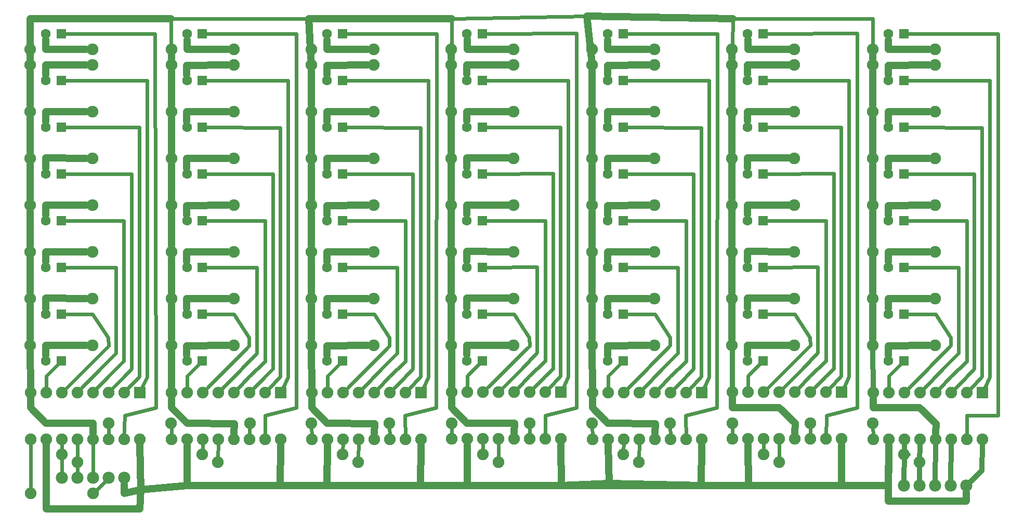
<source format=gbl>
G04 MADE WITH FRITZING*
G04 WWW.FRITZING.ORG*
G04 SINGLE SIDED*
G04 HOLES NOT PLATED*
G04 CONTOUR ON CENTER OF CONTOUR VECTOR*
%ASAXBY*%
%FSLAX23Y23*%
%MOIN*%
%OFA0B0*%
%SFA1.0B1.0*%
%ADD10C,0.075000*%
%ADD11C,0.062992*%
%ADD12C,0.078000*%
%ADD13R,0.062992X0.062992*%
%ADD14R,0.075000X0.075000*%
%ADD15C,0.048000*%
%ADD16C,0.024000*%
%ADD17C,0.032000*%
%LNCOPPER0*%
G90*
G70*
G54D10*
X139Y210D03*
X539Y210D03*
X439Y410D03*
X1339Y410D03*
X639Y660D03*
X1039Y660D03*
X339Y460D03*
X1239Y460D03*
X1339Y410D03*
X2239Y410D03*
X1543Y660D03*
X1939Y660D03*
X1239Y460D03*
X2139Y460D03*
X2239Y410D03*
X3139Y410D03*
X2439Y660D03*
X2839Y660D03*
X2139Y460D03*
X3039Y460D03*
X3139Y410D03*
X4039Y410D03*
X3339Y660D03*
X3739Y660D03*
X3039Y460D03*
X3939Y460D03*
X4039Y410D03*
X4939Y410D03*
X4239Y660D03*
X4639Y660D03*
X3939Y460D03*
X4839Y460D03*
X5139Y660D03*
X5539Y660D03*
X4939Y410D03*
X5839Y410D03*
X4839Y460D03*
X5739Y460D03*
G54D11*
X333Y3161D03*
X235Y3161D03*
X1238Y3160D03*
X1140Y3160D03*
X2137Y3160D03*
X2039Y3160D03*
X3035Y3162D03*
X2936Y3162D03*
X3937Y3160D03*
X3839Y3160D03*
X4835Y3162D03*
X4736Y3162D03*
X5737Y3160D03*
X5639Y3160D03*
X333Y1661D03*
X235Y1661D03*
X1238Y1660D03*
X1140Y1660D03*
X2137Y1660D03*
X2039Y1660D03*
X3035Y1662D03*
X2936Y1662D03*
X3937Y1660D03*
X3839Y1660D03*
X4835Y1662D03*
X4736Y1662D03*
X5737Y1660D03*
X5639Y1660D03*
X333Y1961D03*
X235Y1961D03*
X1238Y1960D03*
X1140Y1960D03*
X2137Y1960D03*
X2039Y1960D03*
X3035Y1962D03*
X2936Y1962D03*
X3937Y1960D03*
X3839Y1960D03*
X4835Y1962D03*
X4736Y1962D03*
X5737Y1960D03*
X5639Y1960D03*
X333Y1061D03*
X235Y1061D03*
X1238Y1060D03*
X1140Y1060D03*
X2137Y1060D03*
X2039Y1060D03*
X3035Y1062D03*
X2936Y1062D03*
X3937Y1060D03*
X3839Y1060D03*
X4835Y1062D03*
X4736Y1062D03*
X5737Y1060D03*
X5639Y1060D03*
X333Y1361D03*
X235Y1361D03*
X1238Y1360D03*
X1140Y1360D03*
X2137Y1360D03*
X2039Y1360D03*
X3035Y1362D03*
X2936Y1362D03*
X3937Y1360D03*
X3839Y1360D03*
X4835Y1362D03*
X4736Y1362D03*
X5737Y1360D03*
X5639Y1360D03*
X333Y2261D03*
X235Y2261D03*
X1238Y2260D03*
X1140Y2260D03*
X2137Y2260D03*
X2039Y2260D03*
X3035Y2262D03*
X2936Y2262D03*
X3937Y2260D03*
X3839Y2260D03*
X4835Y2262D03*
X4736Y2262D03*
X5737Y2260D03*
X5639Y2260D03*
X333Y2561D03*
X235Y2561D03*
X1238Y2560D03*
X1140Y2560D03*
X2137Y2560D03*
X2039Y2560D03*
X3035Y2562D03*
X2936Y2562D03*
X3937Y2560D03*
X3839Y2560D03*
X4835Y2562D03*
X4736Y2562D03*
X5737Y2560D03*
X5639Y2560D03*
X333Y2861D03*
X235Y2861D03*
X1238Y2860D03*
X1140Y2860D03*
X2137Y2860D03*
X2039Y2860D03*
X3035Y2862D03*
X2936Y2862D03*
X3937Y2860D03*
X3839Y2860D03*
X4835Y2862D03*
X4736Y2862D03*
X5737Y2860D03*
X5639Y2860D03*
G54D10*
X837Y859D03*
X837Y559D03*
X737Y859D03*
X737Y559D03*
X637Y859D03*
X637Y559D03*
X537Y859D03*
X537Y559D03*
X437Y859D03*
X437Y559D03*
X337Y859D03*
X337Y559D03*
X237Y859D03*
X237Y559D03*
X137Y859D03*
X137Y559D03*
X1742Y858D03*
X1742Y558D03*
X1642Y858D03*
X1642Y558D03*
X1542Y858D03*
X1542Y558D03*
X1442Y858D03*
X1442Y558D03*
X1342Y858D03*
X1342Y558D03*
X1242Y858D03*
X1242Y558D03*
X1142Y858D03*
X1142Y558D03*
X1042Y858D03*
X1042Y558D03*
X2641Y858D03*
X2641Y558D03*
X2541Y858D03*
X2541Y558D03*
X2441Y858D03*
X2441Y558D03*
X2341Y858D03*
X2341Y558D03*
X2241Y858D03*
X2241Y558D03*
X2141Y858D03*
X2141Y558D03*
X2041Y858D03*
X2041Y558D03*
X1941Y858D03*
X1941Y558D03*
X3539Y860D03*
X3539Y560D03*
X3439Y860D03*
X3439Y560D03*
X3339Y860D03*
X3339Y560D03*
X3239Y860D03*
X3239Y560D03*
X3139Y860D03*
X3139Y560D03*
X3039Y860D03*
X3039Y560D03*
X2939Y860D03*
X2939Y560D03*
X2839Y860D03*
X2839Y560D03*
X4441Y858D03*
X4441Y558D03*
X4341Y858D03*
X4341Y558D03*
X4241Y858D03*
X4241Y558D03*
X4141Y858D03*
X4141Y558D03*
X4041Y858D03*
X4041Y558D03*
X3941Y858D03*
X3941Y558D03*
X3841Y858D03*
X3841Y558D03*
X3741Y858D03*
X3741Y558D03*
X5339Y860D03*
X5339Y560D03*
X5239Y860D03*
X5239Y560D03*
X5139Y860D03*
X5139Y560D03*
X5039Y860D03*
X5039Y560D03*
X4939Y860D03*
X4939Y560D03*
X4839Y860D03*
X4839Y560D03*
X4739Y860D03*
X4739Y560D03*
X4639Y860D03*
X4639Y560D03*
X6241Y858D03*
X6241Y558D03*
X6141Y858D03*
X6141Y558D03*
X6041Y858D03*
X6041Y558D03*
X5941Y858D03*
X5941Y558D03*
X5841Y858D03*
X5841Y558D03*
X5741Y858D03*
X5741Y558D03*
X5641Y858D03*
X5641Y558D03*
X5541Y858D03*
X5541Y558D03*
G54D12*
X339Y310D03*
X439Y310D03*
X539Y310D03*
X639Y310D03*
X739Y310D03*
X5739Y260D03*
X5839Y260D03*
X5939Y260D03*
X6039Y260D03*
X6139Y260D03*
G54D10*
X135Y3061D03*
X535Y3061D03*
X1040Y3060D03*
X1440Y3060D03*
X1939Y3060D03*
X2339Y3060D03*
X2836Y3062D03*
X3236Y3062D03*
X3739Y3060D03*
X4139Y3060D03*
X4636Y3062D03*
X5036Y3062D03*
X5539Y3060D03*
X5939Y3060D03*
X135Y2961D03*
X535Y2961D03*
X1040Y2960D03*
X1440Y2960D03*
X1939Y2960D03*
X2339Y2960D03*
X2836Y2962D03*
X3236Y2962D03*
X3739Y2960D03*
X4139Y2960D03*
X4636Y2962D03*
X5036Y2962D03*
X5539Y2960D03*
X5939Y2960D03*
X135Y2661D03*
X535Y2661D03*
X1040Y2660D03*
X1440Y2660D03*
X1939Y2660D03*
X2339Y2660D03*
X2836Y2662D03*
X3236Y2662D03*
X3739Y2660D03*
X4139Y2660D03*
X4636Y2662D03*
X5036Y2662D03*
X5539Y2660D03*
X5939Y2660D03*
X135Y2361D03*
X535Y2361D03*
X1040Y2360D03*
X1440Y2360D03*
X1939Y2360D03*
X2339Y2360D03*
X2836Y2362D03*
X3236Y2362D03*
X3739Y2360D03*
X4139Y2360D03*
X4636Y2362D03*
X5036Y2362D03*
X5539Y2360D03*
X5939Y2360D03*
X135Y2061D03*
X535Y2061D03*
X1040Y2060D03*
X1440Y2060D03*
X1939Y2060D03*
X2339Y2060D03*
X2836Y2062D03*
X3236Y2062D03*
X3739Y2060D03*
X4139Y2060D03*
X4636Y2062D03*
X5036Y2062D03*
X5539Y2060D03*
X5939Y2060D03*
X135Y1761D03*
X535Y1761D03*
X1040Y1760D03*
X1440Y1760D03*
X1939Y1760D03*
X2339Y1760D03*
X2836Y1762D03*
X3236Y1762D03*
X3739Y1760D03*
X4139Y1760D03*
X4636Y1762D03*
X5036Y1762D03*
X5539Y1760D03*
X5939Y1760D03*
X135Y1461D03*
X535Y1461D03*
X1040Y1460D03*
X1440Y1460D03*
X1939Y1460D03*
X2339Y1460D03*
X2836Y1462D03*
X3236Y1462D03*
X3739Y1460D03*
X4139Y1460D03*
X4636Y1462D03*
X5036Y1462D03*
X5539Y1460D03*
X5939Y1460D03*
X135Y1161D03*
X535Y1161D03*
X1040Y1160D03*
X1440Y1160D03*
X1939Y1160D03*
X2339Y1160D03*
X2836Y1162D03*
X3236Y1162D03*
X3739Y1160D03*
X4139Y1160D03*
X4636Y1162D03*
X5036Y1162D03*
X5539Y1160D03*
X5939Y1160D03*
G54D13*
X333Y3161D03*
X1238Y3160D03*
X2137Y3160D03*
X3035Y3162D03*
X3937Y3160D03*
X4835Y3162D03*
X5737Y3160D03*
X333Y1661D03*
X1238Y1660D03*
X2137Y1660D03*
X3035Y1662D03*
X3937Y1660D03*
X4835Y1662D03*
X5737Y1660D03*
X333Y1961D03*
X1238Y1960D03*
X2137Y1960D03*
X3035Y1962D03*
X3937Y1960D03*
X4835Y1962D03*
X5737Y1960D03*
X333Y1061D03*
X1238Y1060D03*
X2137Y1060D03*
X3035Y1062D03*
X3937Y1060D03*
X4835Y1062D03*
X5737Y1060D03*
X333Y1361D03*
X1238Y1360D03*
X2137Y1360D03*
X3035Y1362D03*
X3937Y1360D03*
X4835Y1362D03*
X5737Y1360D03*
X333Y2261D03*
X1238Y2260D03*
X2137Y2260D03*
X3035Y2262D03*
X3937Y2260D03*
X4835Y2262D03*
X5737Y2260D03*
X333Y2561D03*
X1238Y2560D03*
X2137Y2560D03*
X3035Y2562D03*
X3937Y2560D03*
X4835Y2562D03*
X5737Y2560D03*
X333Y2861D03*
X1238Y2860D03*
X2137Y2860D03*
X3035Y2862D03*
X3937Y2860D03*
X4835Y2862D03*
X5737Y2860D03*
G54D14*
X837Y859D03*
X1742Y858D03*
X2641Y858D03*
X3539Y860D03*
X4441Y858D03*
X5339Y860D03*
X6241Y858D03*
G54D15*
X3739Y1800D02*
X3739Y2021D01*
D02*
X1939Y1200D02*
X1939Y1421D01*
G54D16*
D02*
X3918Y1041D02*
X3841Y963D01*
D02*
X3841Y963D02*
X3841Y887D01*
D02*
X785Y2262D02*
X360Y2261D01*
D02*
X785Y1011D02*
X785Y2262D01*
D02*
X734Y959D02*
X785Y1011D01*
D02*
X657Y880D02*
X734Y959D01*
D02*
X557Y880D02*
X635Y962D01*
D02*
X635Y962D02*
X736Y1060D01*
D02*
X736Y1060D02*
X736Y1961D01*
D02*
X736Y1961D02*
X360Y1961D01*
G54D15*
D02*
X2038Y1098D02*
X2037Y1159D01*
D02*
X2037Y1159D02*
X2299Y1160D01*
D02*
X5637Y1462D02*
X5899Y1461D01*
D02*
X5638Y1398D02*
X5637Y1462D01*
G54D16*
D02*
X4039Y439D02*
X4040Y530D01*
G54D15*
D02*
X2935Y2364D02*
X3197Y2363D01*
D02*
X2936Y2300D02*
X2935Y2364D01*
G54D16*
D02*
X3551Y886D02*
X3586Y960D01*
D02*
X3586Y960D02*
X3585Y2862D01*
D02*
X3585Y2862D02*
X3062Y2862D01*
G54D15*
D02*
X5639Y160D02*
X5641Y519D01*
D02*
X6138Y160D02*
X5639Y160D01*
D02*
X6138Y219D02*
X6138Y160D01*
G54D16*
D02*
X2839Y589D02*
X2839Y632D01*
G54D15*
D02*
X3839Y3060D02*
X4099Y3060D01*
D02*
X3839Y3122D02*
X3839Y3060D01*
D02*
X1138Y1761D02*
X1400Y1760D01*
D02*
X1139Y1698D02*
X1138Y1761D01*
G54D17*
D02*
X5939Y296D02*
X5941Y524D01*
G54D16*
D02*
X5287Y2263D02*
X4862Y2262D01*
D02*
X5287Y1012D02*
X5287Y2263D01*
D02*
X5236Y960D02*
X5287Y1012D01*
D02*
X5159Y881D02*
X5236Y960D01*
D02*
X5961Y879D02*
X6039Y961D01*
D02*
X6039Y961D02*
X6140Y1059D01*
D02*
X6140Y1059D02*
X6140Y1960D01*
D02*
X6140Y1960D02*
X5764Y1960D01*
D02*
X1542Y587D02*
X1542Y632D01*
D02*
X3238Y1362D02*
X3062Y1362D01*
D02*
X3336Y1212D02*
X3238Y1362D01*
D02*
X3338Y1159D02*
X3336Y1212D01*
D02*
X3059Y881D02*
X3338Y1159D01*
G54D15*
D02*
X1042Y819D02*
X1042Y760D01*
D02*
X1042Y760D02*
X1140Y660D01*
D02*
X1140Y660D02*
X1443Y659D01*
D02*
X1443Y659D02*
X1442Y598D01*
D02*
X5637Y1761D02*
X5899Y1760D01*
D02*
X5638Y1698D02*
X5637Y1761D01*
G54D16*
D02*
X5940Y1360D02*
X5764Y1360D01*
D02*
X6039Y1210D02*
X5940Y1360D01*
D02*
X6038Y1160D02*
X6039Y1210D01*
D02*
X5761Y879D02*
X6038Y1160D01*
G54D17*
D02*
X6039Y296D02*
X6041Y524D01*
G54D16*
D02*
X1362Y879D02*
X1490Y1010D01*
D02*
X1490Y1010D02*
X1589Y1111D01*
D02*
X1589Y1111D02*
X1589Y1661D01*
D02*
X1589Y1661D02*
X1265Y1660D01*
D02*
X4438Y2559D02*
X3964Y2560D01*
D02*
X4438Y961D02*
X4438Y2559D01*
D02*
X4361Y879D02*
X4438Y961D01*
D02*
X338Y489D02*
X337Y531D01*
D02*
X5838Y410D02*
X5810Y408D01*
G54D17*
D02*
X5838Y410D02*
X5840Y524D01*
D02*
X5838Y296D02*
X5838Y410D01*
G54D16*
D02*
X4240Y587D02*
X4239Y632D01*
G54D15*
D02*
X4636Y2402D02*
X4636Y2623D01*
D02*
X1138Y2059D02*
X1400Y2060D01*
D02*
X1139Y1998D02*
X1138Y2059D01*
D02*
X5637Y2059D02*
X5899Y2060D01*
D02*
X5638Y1998D02*
X5637Y2059D01*
D02*
X135Y1501D02*
X135Y1722D01*
G54D16*
D02*
X2440Y587D02*
X2439Y632D01*
G54D15*
D02*
X1040Y2700D02*
X1040Y2921D01*
D02*
X5539Y2100D02*
X5539Y2321D01*
G54D16*
D02*
X5641Y963D02*
X5641Y887D01*
D02*
X5718Y1041D02*
X5641Y963D01*
D02*
X1754Y884D02*
X1789Y958D01*
D02*
X1789Y958D02*
X1789Y2860D01*
D02*
X1789Y2860D02*
X1265Y2860D01*
G54D15*
D02*
X234Y1399D02*
X233Y1463D01*
D02*
X233Y1463D02*
X495Y1462D01*
G54D16*
D02*
X5058Y881D02*
X5136Y963D01*
D02*
X5136Y963D02*
X5237Y1061D01*
D02*
X5237Y1061D02*
X5237Y1962D01*
D02*
X5237Y1962D02*
X4862Y1962D01*
G54D15*
D02*
X5539Y2700D02*
X5539Y2921D01*
G54D16*
D02*
X4839Y489D02*
X4839Y532D01*
G54D15*
D02*
X2937Y3062D02*
X3197Y3062D01*
D02*
X2937Y3124D02*
X2937Y3062D01*
G54D16*
D02*
X5237Y563D02*
X5227Y586D01*
D02*
X5240Y712D02*
X5237Y563D01*
D02*
X5439Y761D02*
X5240Y712D01*
D02*
X5437Y3163D02*
X5439Y761D01*
D02*
X4862Y3162D02*
X5437Y3163D01*
G54D15*
D02*
X2836Y1802D02*
X2836Y2023D01*
D02*
X234Y2599D02*
X233Y2661D01*
D02*
X233Y2661D02*
X495Y2661D01*
D02*
X2039Y3060D02*
X2299Y3060D01*
D02*
X2039Y3122D02*
X2039Y3060D01*
D02*
X3739Y2700D02*
X3739Y2921D01*
D02*
X135Y1801D02*
X135Y2022D01*
D02*
X1040Y3000D02*
X1040Y3021D01*
D02*
X4735Y2364D02*
X4997Y2363D01*
D02*
X4736Y2300D02*
X4735Y2364D01*
G54D16*
D02*
X1219Y1041D02*
X1142Y963D01*
D02*
X1142Y963D02*
X1142Y887D01*
D02*
X5539Y632D02*
X5540Y587D01*
G54D15*
D02*
X3741Y819D02*
X3741Y760D01*
D02*
X3741Y760D02*
X3839Y660D01*
D02*
X3839Y660D02*
X4143Y659D01*
D02*
X4143Y659D02*
X4142Y598D01*
D02*
X1040Y2400D02*
X1040Y2621D01*
D02*
X3837Y2362D02*
X4099Y2361D01*
D02*
X3838Y2298D02*
X3837Y2362D01*
D02*
X5637Y2660D02*
X5899Y2660D01*
D02*
X5638Y2598D02*
X5637Y2660D01*
D02*
X3739Y1121D02*
X3741Y898D01*
D02*
X2836Y3002D02*
X2836Y3023D01*
G54D16*
D02*
X3740Y587D02*
X3739Y632D01*
G54D15*
D02*
X5541Y819D02*
X5541Y760D01*
D02*
X5541Y760D02*
X5839Y761D01*
D02*
X5839Y761D02*
X5943Y659D01*
D02*
X5943Y659D02*
X5942Y598D01*
D02*
X3837Y2059D02*
X4099Y2060D01*
D02*
X3838Y1998D02*
X3837Y2059D01*
G54D16*
D02*
X1690Y2261D02*
X1265Y2260D01*
D02*
X1690Y1010D02*
X1690Y2261D01*
D02*
X1639Y958D02*
X1690Y1010D01*
D02*
X1562Y879D02*
X1639Y958D01*
G54D15*
D02*
X5639Y260D02*
X5641Y519D01*
D02*
X5339Y260D02*
X5639Y260D01*
D02*
X5339Y260D02*
X4438Y260D01*
D02*
X4438Y260D02*
X4441Y519D01*
D02*
X4438Y260D02*
X4740Y260D01*
D02*
X5339Y260D02*
X5339Y521D01*
D02*
X4438Y260D02*
X3540Y260D01*
D02*
X4740Y260D02*
X4739Y521D01*
D02*
X3540Y260D02*
X3539Y521D01*
D02*
X4438Y260D02*
X3849Y275D01*
D02*
X3849Y275D02*
X3540Y260D01*
D02*
X3540Y260D02*
X2938Y260D01*
D02*
X3849Y275D02*
X3842Y519D01*
D02*
X2938Y260D02*
X2639Y260D01*
D02*
X2639Y260D02*
X2641Y519D01*
D02*
X2639Y260D02*
X2039Y260D01*
D02*
X2938Y260D02*
X2939Y521D01*
D02*
X2039Y260D02*
X1738Y260D01*
D02*
X1738Y260D02*
X1741Y519D01*
D02*
X2039Y260D02*
X2041Y519D01*
D02*
X1738Y260D02*
X1140Y260D01*
D02*
X1140Y260D02*
X845Y234D01*
D02*
X845Y234D02*
X838Y520D01*
D02*
X845Y234D02*
X838Y112D01*
D02*
X1140Y260D02*
X1142Y519D01*
D02*
X838Y112D02*
X239Y112D01*
D02*
X239Y112D02*
X239Y360D01*
D02*
X239Y360D02*
X237Y520D01*
D02*
X135Y2701D02*
X135Y2922D01*
D02*
X4636Y1202D02*
X4636Y1423D01*
D02*
X1939Y1121D02*
X1941Y898D01*
D02*
X3838Y2598D02*
X3837Y2660D01*
D02*
X3837Y2660D02*
X4099Y2660D01*
D02*
X1939Y1500D02*
X1939Y1721D01*
D02*
X1138Y2362D02*
X1400Y2361D01*
D02*
X1139Y2298D02*
X1138Y2362D01*
D02*
X4736Y1100D02*
X4735Y1161D01*
D02*
X4735Y1161D02*
X4997Y1162D01*
G54D17*
D02*
X6238Y359D02*
X6164Y285D01*
D02*
X6240Y524D02*
X6238Y359D01*
G54D15*
D02*
X4735Y2061D02*
X4997Y2062D01*
D02*
X4736Y2000D02*
X4735Y2061D01*
G54D16*
D02*
X5336Y2561D02*
X4862Y2562D01*
D02*
X5336Y963D02*
X5336Y2561D01*
D02*
X5258Y881D02*
X5336Y963D01*
G54D15*
D02*
X4736Y2900D02*
X4736Y2961D01*
D02*
X4736Y2961D02*
X4997Y2962D01*
D02*
X3739Y2400D02*
X3739Y2621D01*
D02*
X5539Y1500D02*
X5539Y1721D01*
G54D16*
D02*
X3437Y563D02*
X3427Y586D01*
D02*
X3438Y712D02*
X3437Y563D01*
D02*
X3638Y761D02*
X3438Y712D01*
D02*
X3637Y3163D02*
X3638Y761D01*
D02*
X3062Y3162D02*
X3637Y3163D01*
G54D15*
D02*
X5539Y1800D02*
X5539Y2021D01*
D02*
X1040Y1500D02*
X1040Y1721D01*
D02*
X4636Y1802D02*
X4636Y2023D01*
D02*
X233Y2363D02*
X495Y2362D01*
D02*
X234Y2299D02*
X233Y2363D01*
D02*
X2836Y2702D02*
X2836Y2923D01*
G54D16*
D02*
X4939Y439D02*
X4939Y532D01*
G54D15*
D02*
X4636Y3002D02*
X4636Y3023D01*
D02*
X2836Y2102D02*
X2836Y2323D01*
G54D16*
D02*
X849Y885D02*
X884Y959D01*
D02*
X884Y959D02*
X884Y2861D01*
D02*
X884Y2861D02*
X360Y2861D01*
G54D15*
D02*
X1939Y2700D02*
X1939Y2921D01*
G54D16*
D02*
X1041Y587D02*
X1040Y632D01*
G54D15*
D02*
X5539Y1200D02*
X5539Y1421D01*
G54D16*
D02*
X3016Y1043D02*
X2938Y965D01*
D02*
X2938Y965D02*
X2939Y889D01*
G54D15*
D02*
X4735Y1763D02*
X4997Y1762D01*
D02*
X4736Y1700D02*
X4735Y1763D01*
D02*
X2839Y821D02*
X2838Y762D01*
D02*
X2838Y762D02*
X2936Y662D01*
D02*
X2936Y662D02*
X3240Y661D01*
D02*
X3240Y661D02*
X3239Y600D01*
D02*
X1941Y819D02*
X1941Y760D01*
D02*
X1941Y760D02*
X2039Y660D01*
D02*
X2039Y660D02*
X2343Y659D01*
D02*
X2343Y659D02*
X2342Y598D01*
D02*
X3838Y2898D02*
X3838Y2959D01*
D02*
X3838Y2959D02*
X4099Y2960D01*
G54D16*
D02*
X3939Y489D02*
X3940Y530D01*
D02*
X6088Y1661D02*
X5764Y1660D01*
D02*
X6088Y1111D02*
X6088Y1661D01*
D02*
X5989Y1010D02*
X6088Y1111D01*
D02*
X5861Y879D02*
X5989Y1010D01*
G54D15*
D02*
X4639Y821D02*
X4638Y762D01*
D02*
X4638Y762D02*
X4938Y761D01*
D02*
X4938Y761D02*
X5040Y661D01*
D02*
X5040Y661D02*
X5039Y600D01*
G54D16*
D02*
X1641Y561D02*
X1630Y584D01*
D02*
X1641Y712D02*
X1641Y561D01*
D02*
X1840Y761D02*
X1641Y712D01*
D02*
X1840Y3161D02*
X1841Y761D01*
D02*
X1265Y3160D02*
X1840Y3161D01*
D02*
X3487Y2263D02*
X3062Y2262D01*
D02*
X3487Y1012D02*
X3487Y2263D01*
D02*
X3436Y960D02*
X3487Y1012D01*
D02*
X3359Y881D02*
X3436Y960D01*
D02*
X1339Y439D02*
X1341Y530D01*
G54D15*
D02*
X2836Y1502D02*
X2836Y1723D01*
G54D16*
D02*
X5351Y886D02*
X5386Y960D01*
D02*
X5386Y960D02*
X5385Y2862D01*
D02*
X5385Y2862D02*
X4862Y2862D01*
D02*
X6288Y2860D02*
X5764Y2860D01*
D02*
X6288Y958D02*
X6288Y2860D01*
D02*
X6253Y884D02*
X6288Y958D01*
G54D15*
D02*
X233Y1762D02*
X495Y1761D01*
D02*
X234Y1699D02*
X233Y1762D01*
D02*
X1140Y3060D02*
X1400Y3060D01*
D02*
X1140Y3122D02*
X1140Y3060D01*
G54D16*
D02*
X2118Y1041D02*
X2041Y963D01*
D02*
X2041Y963D02*
X2041Y887D01*
G54D15*
D02*
X2037Y1761D02*
X2299Y1760D01*
D02*
X2038Y1698D02*
X2037Y1761D01*
D02*
X4636Y1502D02*
X4636Y1723D01*
D02*
X2936Y1100D02*
X2935Y1161D01*
D02*
X2935Y1161D02*
X3197Y1162D01*
D02*
X1040Y2100D02*
X1040Y2321D01*
G54D16*
D02*
X2638Y2559D02*
X2164Y2560D01*
D02*
X2638Y961D02*
X2638Y2559D01*
D02*
X2561Y879D02*
X2638Y961D01*
D02*
X3039Y489D02*
X3039Y532D01*
D02*
X5139Y632D02*
X5139Y589D01*
D02*
X4061Y879D02*
X4189Y1010D01*
D02*
X4189Y1010D02*
X4288Y1111D01*
D02*
X4288Y1111D02*
X4288Y1661D01*
D02*
X4288Y1661D02*
X3964Y1660D01*
G54D15*
D02*
X1139Y1098D02*
X1138Y1159D01*
D02*
X1138Y1159D02*
X1400Y1160D01*
G54D16*
D02*
X3159Y881D02*
X3287Y1012D01*
D02*
X3287Y1012D02*
X3386Y1113D01*
D02*
X3386Y1113D02*
X3386Y1663D01*
D02*
X3386Y1663D02*
X3062Y1662D01*
G54D15*
D02*
X5637Y1159D02*
X5899Y1160D01*
D02*
X5638Y1098D02*
X5637Y1159D01*
G54D16*
D02*
X4639Y589D02*
X4639Y632D01*
G54D15*
D02*
X2038Y2598D02*
X2037Y2660D01*
D02*
X2037Y2660D02*
X2299Y2660D01*
G54D16*
D02*
X2340Y1360D02*
X2164Y1360D01*
D02*
X2439Y1210D02*
X2340Y1360D01*
D02*
X2439Y1159D02*
X2439Y1210D01*
D02*
X2161Y879D02*
X2439Y1159D01*
D02*
X1940Y587D02*
X1939Y632D01*
G54D15*
D02*
X1939Y2400D02*
X1939Y2621D01*
G54D16*
D02*
X2653Y884D02*
X2688Y958D01*
D02*
X2688Y958D02*
X2688Y2860D01*
D02*
X2688Y2860D02*
X2164Y2860D01*
G54D15*
D02*
X2836Y2402D02*
X2836Y2623D01*
G54D16*
D02*
X3139Y439D02*
X3139Y532D01*
G54D15*
D02*
X4736Y1400D02*
X4735Y1464D01*
D02*
X4735Y1464D02*
X4997Y1463D01*
G54D16*
D02*
X2139Y489D02*
X2140Y530D01*
D02*
X637Y588D02*
X638Y632D01*
G54D15*
D02*
X1939Y2100D02*
X1939Y2321D01*
D02*
X135Y2401D02*
X135Y2622D01*
D02*
X5637Y2362D02*
X5899Y2361D01*
D02*
X5638Y2298D02*
X5637Y2362D01*
D02*
X3739Y1200D02*
X3739Y1421D01*
G54D17*
D02*
X5539Y1126D02*
X5541Y892D01*
G54D15*
D02*
X2936Y1400D02*
X2935Y1464D01*
D02*
X2935Y1464D02*
X3197Y1463D01*
D02*
X135Y3001D02*
X136Y3259D01*
D02*
X136Y3259D02*
X1037Y3259D01*
G54D16*
D02*
X1037Y3259D02*
X1039Y3089D01*
D02*
X1920Y3259D02*
X1037Y3259D01*
G54D15*
D02*
X1920Y3259D02*
X2839Y3259D01*
G54D16*
D02*
X2839Y3259D02*
X2837Y3091D01*
G54D15*
D02*
X1936Y3000D02*
X1920Y3259D01*
G54D16*
D02*
X3704Y3273D02*
X2839Y3259D01*
G54D15*
D02*
X3704Y3273D02*
X4641Y3259D01*
G54D16*
D02*
X4641Y3259D02*
X5537Y3259D01*
G54D15*
D02*
X3734Y3000D02*
X3704Y3273D01*
G54D16*
D02*
X5537Y3259D02*
X5538Y3089D01*
D02*
X4637Y3091D02*
X4641Y3259D01*
G54D15*
D02*
X2037Y2362D02*
X2299Y2361D01*
D02*
X2038Y2298D02*
X2037Y2362D01*
D02*
X1139Y2898D02*
X1139Y2959D01*
D02*
X1139Y2959D02*
X1400Y2960D01*
D02*
X4737Y3062D02*
X4997Y3062D01*
D02*
X4737Y3124D02*
X4737Y3062D01*
G54D16*
D02*
X4340Y561D02*
X4329Y584D01*
D02*
X4339Y712D02*
X4340Y561D01*
D02*
X4539Y761D02*
X4339Y712D01*
D02*
X4540Y3161D02*
X4539Y761D01*
D02*
X3964Y3160D02*
X4540Y3161D01*
G54D15*
D02*
X2837Y1123D02*
X2838Y900D01*
D02*
X4636Y2102D02*
X4636Y2323D01*
D02*
X2836Y1202D02*
X2836Y1423D01*
G54D16*
D02*
X457Y880D02*
X585Y1011D01*
D02*
X585Y1011D02*
X684Y1112D01*
D02*
X684Y1112D02*
X684Y1662D01*
D02*
X684Y1662D02*
X360Y1661D01*
D02*
X4959Y881D02*
X5087Y1012D01*
D02*
X5087Y1012D02*
X5186Y1113D01*
D02*
X5186Y1113D02*
X5186Y1663D01*
D02*
X5186Y1663D02*
X4862Y1662D01*
D02*
X6140Y561D02*
X6129Y584D01*
D02*
X6141Y712D02*
X6140Y561D01*
D02*
X6340Y711D02*
X6141Y712D01*
D02*
X6340Y3161D02*
X6340Y711D01*
D02*
X5764Y3160D02*
X6340Y3161D01*
G54D15*
D02*
X234Y1099D02*
X233Y1160D01*
D02*
X233Y1160D02*
X495Y1161D01*
G54D16*
D02*
X4140Y1360D02*
X3964Y1360D01*
D02*
X4239Y1210D02*
X4140Y1360D01*
D02*
X4237Y1160D02*
X4239Y1210D01*
D02*
X3961Y879D02*
X4237Y1160D01*
D02*
X3258Y881D02*
X3336Y963D01*
D02*
X3336Y963D02*
X3437Y1061D01*
D02*
X3437Y1061D02*
X3437Y1962D01*
D02*
X3437Y1962D02*
X3062Y1962D01*
D02*
X736Y562D02*
X725Y585D01*
D02*
X740Y712D02*
X736Y562D01*
D02*
X940Y761D02*
X740Y712D01*
D02*
X936Y3162D02*
X940Y761D01*
D02*
X360Y3161D02*
X936Y3162D01*
D02*
X1739Y2559D02*
X1265Y2560D01*
D02*
X1739Y961D02*
X1739Y2559D01*
D02*
X1662Y879D02*
X1739Y961D01*
G54D15*
D02*
X235Y3061D02*
X495Y3061D01*
D02*
X235Y3123D02*
X235Y3061D01*
G54D16*
D02*
X834Y2560D02*
X360Y2561D01*
D02*
X834Y962D02*
X834Y2560D01*
D02*
X757Y880D02*
X834Y962D01*
G54D15*
D02*
X4636Y2702D02*
X4636Y2923D01*
G54D16*
D02*
X4389Y2261D02*
X3964Y2260D01*
D02*
X4389Y1010D02*
X4389Y2261D01*
D02*
X4338Y958D02*
X4389Y1010D01*
D02*
X4261Y879D02*
X4338Y958D01*
D02*
X5740Y460D02*
X5767Y461D01*
G54D17*
D02*
X5740Y460D02*
X5740Y524D01*
D02*
X5739Y296D02*
X5740Y460D01*
G54D15*
D02*
X1040Y1121D02*
X1042Y898D01*
G54D16*
D02*
X536Y1361D02*
X360Y1361D01*
D02*
X635Y1211D02*
X536Y1361D01*
D02*
X638Y1159D02*
X635Y1211D01*
D02*
X357Y879D02*
X638Y1159D01*
G54D15*
D02*
X3739Y1500D02*
X3739Y1721D01*
G54D16*
D02*
X438Y439D02*
X437Y531D01*
D02*
X314Y1042D02*
X237Y964D01*
D02*
X237Y964D02*
X237Y888D01*
D02*
X2589Y2261D02*
X2164Y2260D01*
D02*
X2589Y1010D02*
X2589Y2261D01*
D02*
X2538Y958D02*
X2589Y1010D01*
D02*
X2461Y879D02*
X2538Y958D01*
G54D15*
D02*
X233Y2060D02*
X495Y2061D01*
D02*
X234Y1999D02*
X233Y2060D01*
D02*
X1040Y1200D02*
X1040Y1421D01*
D02*
X3838Y1098D02*
X3837Y1159D01*
D02*
X3837Y1159D02*
X4099Y1160D01*
D02*
X135Y2101D02*
X135Y2322D01*
D02*
X5638Y2959D02*
X5899Y2960D01*
D02*
X5638Y2898D02*
X5638Y2959D01*
D02*
X3837Y1761D02*
X4099Y1760D01*
D02*
X3838Y1698D02*
X3837Y1761D01*
G54D16*
D02*
X2361Y879D02*
X2439Y961D01*
D02*
X2439Y961D02*
X2540Y1059D01*
D02*
X2540Y1059D02*
X2540Y1960D01*
D02*
X2540Y1960D02*
X2164Y1960D01*
D02*
X1462Y879D02*
X1539Y961D01*
D02*
X1539Y961D02*
X1641Y1059D01*
D02*
X1641Y1059D02*
X1641Y1960D01*
D02*
X1641Y1960D02*
X1265Y1960D01*
G54D15*
D02*
X2037Y2059D02*
X2299Y2060D01*
D02*
X2038Y1998D02*
X2037Y2059D01*
G54D16*
D02*
X5038Y1362D02*
X4862Y1362D01*
D02*
X5136Y1212D02*
X5038Y1362D01*
D02*
X5138Y1160D02*
X5136Y1212D01*
D02*
X4859Y881D02*
X5138Y1160D01*
D02*
X4453Y884D02*
X4488Y958D01*
D02*
X4488Y958D02*
X4488Y2860D01*
D02*
X4488Y2860D02*
X3964Y2860D01*
G54D15*
D02*
X1939Y1800D02*
X1939Y2021D01*
G54D16*
D02*
X1441Y1360D02*
X1265Y1360D01*
D02*
X1539Y1210D02*
X1441Y1360D01*
D02*
X1537Y1159D02*
X1539Y1210D01*
D02*
X1262Y879D02*
X1537Y1159D01*
G54D17*
D02*
X4637Y1128D02*
X4638Y894D01*
G54D16*
D02*
X1240Y489D02*
X1241Y530D01*
G54D15*
D02*
X2936Y2900D02*
X2936Y2961D01*
D02*
X2936Y2961D02*
X3197Y2962D01*
D02*
X5539Y2400D02*
X5539Y2621D01*
D02*
X1139Y2598D02*
X1138Y2660D01*
D02*
X1138Y2660D02*
X1400Y2660D01*
G54D16*
D02*
X2261Y879D02*
X2389Y1010D01*
D02*
X2389Y1010D02*
X2488Y1111D01*
D02*
X2488Y1111D02*
X2488Y1661D01*
D02*
X2488Y1661D02*
X2164Y1660D01*
G54D15*
D02*
X1040Y1800D02*
X1040Y2021D01*
D02*
X3838Y1398D02*
X3837Y1462D01*
D02*
X3837Y1462D02*
X4099Y1461D01*
G54D16*
D02*
X4816Y1043D02*
X4738Y965D01*
D02*
X4738Y965D02*
X4739Y889D01*
D02*
X3536Y2561D02*
X3062Y2562D01*
D02*
X3536Y963D02*
X3536Y2561D01*
D02*
X3458Y881D02*
X3536Y963D01*
D02*
X4161Y879D02*
X4239Y961D01*
D02*
X4239Y961D02*
X4340Y1059D01*
D02*
X4340Y1059D02*
X4340Y1960D01*
D02*
X4340Y1960D02*
X3964Y1960D01*
G54D15*
D02*
X137Y820D02*
X137Y761D01*
D02*
X137Y761D02*
X235Y661D01*
D02*
X235Y661D02*
X539Y660D01*
D02*
X539Y660D02*
X538Y599D01*
D02*
X2936Y2600D02*
X2935Y2662D01*
D02*
X2935Y2662D02*
X3197Y2662D01*
D02*
X2038Y2898D02*
X2038Y2959D01*
D02*
X2038Y2959D02*
X2299Y2960D01*
D02*
X5639Y3060D02*
X5899Y3060D01*
D02*
X5639Y3122D02*
X5639Y3060D01*
G54D16*
D02*
X3339Y589D02*
X3339Y632D01*
D02*
X6189Y2261D02*
X5764Y2260D01*
D02*
X6189Y1010D02*
X6189Y2261D01*
D02*
X6138Y958D02*
X6189Y1010D01*
D02*
X6061Y879D02*
X6138Y958D01*
G54D15*
D02*
X135Y1201D02*
X135Y1422D01*
D02*
X2935Y1763D02*
X3197Y1762D01*
D02*
X2936Y1700D02*
X2935Y1763D01*
G54D16*
D02*
X6238Y2559D02*
X5764Y2560D01*
D02*
X6238Y961D02*
X6238Y2559D01*
D02*
X6161Y879D02*
X6238Y961D01*
G54D15*
D02*
X135Y1122D02*
X137Y899D01*
D02*
X4736Y2600D02*
X4735Y2662D01*
D02*
X4735Y2662D02*
X4997Y2662D01*
G54D16*
D02*
X2540Y561D02*
X2529Y584D01*
D02*
X2537Y712D02*
X2540Y561D01*
D02*
X2737Y761D02*
X2537Y712D01*
D02*
X2740Y3161D02*
X2737Y761D01*
D02*
X2164Y3160D02*
X2740Y3161D01*
G54D15*
D02*
X1139Y1398D02*
X1138Y1462D01*
D02*
X1138Y1462D02*
X1400Y1461D01*
D02*
X235Y2899D02*
X234Y2960D01*
D02*
X234Y2960D02*
X495Y2961D01*
D02*
X3739Y2100D02*
X3739Y2321D01*
D02*
X5539Y3000D02*
X5539Y3021D01*
D02*
X2935Y2061D02*
X3197Y2062D01*
D02*
X2936Y2000D02*
X2935Y2061D01*
G54D16*
D02*
X2239Y439D02*
X2240Y530D01*
G54D15*
D02*
X2038Y1398D02*
X2037Y1462D01*
D02*
X2037Y1462D02*
X2299Y1461D01*
G54D16*
D02*
X339Y340D02*
X339Y432D01*
D02*
X439Y340D02*
X439Y382D01*
D02*
X538Y340D02*
X537Y531D01*
G54D15*
D02*
X738Y212D02*
X738Y269D01*
D02*
X845Y234D02*
X738Y212D01*
G54D16*
D02*
X617Y289D02*
X559Y231D01*
D02*
X139Y239D02*
X137Y531D01*
G04 End of Copper0*
M02*
</source>
